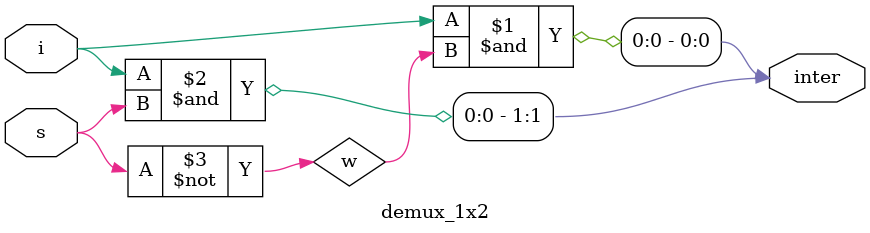
<source format=v>
module demux_1x8(
  output [7:0]y,
  input i,
  input [2:0]s
);

  wire [1:0]inter;
  demux_1x2 m1(inter, i,s[2]);
  demux_1x4 m2(y[3:0],inter[0],s[1:0]);
  demux_1x4 m3(y[7:4],inter[1],s[1:0]);
endmodule

module demux_1x4(
  output [3:0]y,
  input inter,
  input [1:0]s
);

  wire p, q;
  not n1(p,s[1]);
  not n2(q,s[0]);
  and a1(y[0],inter,p,q);
  and a2(y[1],inter,p,s[0]);
  and a3(y[2],inter,s[1],q);
  and a4(y[3],inter,s[1],s[0]);
endmodule

module demux_1x2(
  output [1:0]inter,
  input i,
  input s
);

  wire w;
  not n1(w,s);
  and a1(inter[0],i,w);
  and a2(inter[1],i,s);
endmodule
</source>
